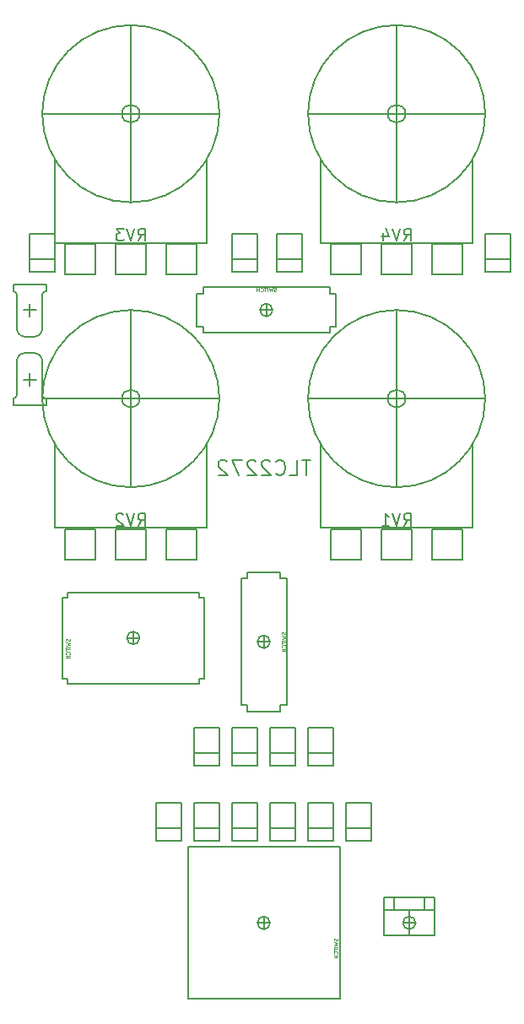
<source format=gbr>
G04 #@! TF.GenerationSoftware,KiCad,Pcbnew,(5.1.6-0-10_14)*
G04 #@! TF.CreationDate,2020-09-02T19:52:59+02:00*
G04 #@! TF.ProjectId,inglorious-bastard,696e676c-6f72-4696-9f75-732d62617374,rev?*
G04 #@! TF.SameCoordinates,Original*
G04 #@! TF.FileFunction,Legend,Bot*
G04 #@! TF.FilePolarity,Positive*
%FSLAX46Y46*%
G04 Gerber Fmt 4.6, Leading zero omitted, Abs format (unit mm)*
G04 Created by KiCad (PCBNEW (5.1.6-0-10_14)) date 2020-09-02 19:52:59*
%MOMM*%
%LPD*%
G01*
G04 APERTURE LIST*
%ADD10C,0.127000*%
%ADD11C,0.152400*%
%ADD12C,0.150000*%
%ADD13C,0.032512*%
G04 APERTURE END LIST*
D10*
X100584000Y-145288000D02*
X100584000Y-144018000D01*
X97536000Y-145288000D02*
X97536000Y-144018000D01*
X100584000Y-145288000D02*
X100584000Y-144018000D01*
X96520000Y-144399000D02*
X96520000Y-145288000D01*
X96520000Y-144018000D02*
X96520000Y-144399000D01*
X97536000Y-144018000D02*
X96520000Y-144018000D01*
X100584000Y-144018000D02*
X97536000Y-144018000D01*
X101600000Y-144018000D02*
X100584000Y-144018000D01*
X101600000Y-145288000D02*
X101600000Y-144018000D01*
X99060000Y-147828000D02*
X96520000Y-147828000D01*
X99060000Y-145288000D02*
X99060000Y-147828000D01*
X101600000Y-147828000D02*
X101600000Y-145288000D01*
X99060000Y-147828000D02*
X101600000Y-147828000D01*
X96520000Y-145288000D02*
X96520000Y-147828000D01*
X97536000Y-145288000D02*
X96520000Y-145288000D01*
X99060000Y-145288000D02*
X97536000Y-145288000D01*
X100584000Y-145288000D02*
X99060000Y-145288000D01*
X101600000Y-145288000D02*
X100584000Y-145288000D01*
X99695000Y-146558000D02*
X98425000Y-146558000D01*
X99060000Y-147193000D02*
X99060000Y-145923000D01*
X99695000Y-146558000D02*
G75*
G03*
X99695000Y-146558000I-635000J0D01*
G01*
X85090000Y-118364000D02*
G75*
G03*
X85090000Y-118364000I-635000J0D01*
G01*
D11*
X82804000Y-111379000D02*
X82804000Y-112014000D01*
X86106000Y-111379000D02*
X82804000Y-111379000D01*
X86106000Y-112014000D02*
X86106000Y-111379000D01*
X86741000Y-112014000D02*
X86106000Y-112014000D01*
X86741000Y-124714000D02*
X86741000Y-112014000D01*
X86106000Y-124714000D02*
X86741000Y-124714000D01*
X86106000Y-125349000D02*
X86106000Y-124714000D01*
X82804000Y-125349000D02*
X86106000Y-125349000D01*
X82804000Y-124714000D02*
X82804000Y-125349000D01*
X82169000Y-124714000D02*
X82804000Y-124714000D01*
X82169000Y-112014000D02*
X82169000Y-124714000D01*
X82804000Y-112014000D02*
X82169000Y-112014000D01*
D10*
X83820000Y-118364000D02*
X85090000Y-118364000D01*
X84455000Y-117729000D02*
X84455000Y-118999000D01*
X85344000Y-85090000D02*
G75*
G03*
X85344000Y-85090000I-635000J0D01*
G01*
D11*
X77724000Y-86741000D02*
X78359000Y-86741000D01*
X77724000Y-83439000D02*
X77724000Y-86741000D01*
X78359000Y-83439000D02*
X77724000Y-83439000D01*
X78359000Y-82804000D02*
X78359000Y-83439000D01*
X91059000Y-82804000D02*
X78359000Y-82804000D01*
X91059000Y-83439000D02*
X91059000Y-82804000D01*
X91694000Y-83439000D02*
X91059000Y-83439000D01*
X91694000Y-86741000D02*
X91694000Y-83439000D01*
X91059000Y-86741000D02*
X91694000Y-86741000D01*
X91059000Y-87376000D02*
X91059000Y-86741000D01*
X78359000Y-87376000D02*
X91059000Y-87376000D01*
X78359000Y-86741000D02*
X78359000Y-87376000D01*
D10*
X84709000Y-85725000D02*
X84709000Y-84455000D01*
X84074000Y-85090000D02*
X85344000Y-85090000D01*
X71366000Y-117348000D02*
X71366000Y-118618000D01*
X72001000Y-117983000D02*
X70731000Y-117983000D01*
D11*
X64762000Y-113411000D02*
X77970000Y-113411000D01*
X64762000Y-113919000D02*
X64762000Y-113411000D01*
X64254000Y-113919000D02*
X64762000Y-113919000D01*
X64254000Y-122047000D02*
X64254000Y-113919000D01*
X64762000Y-122047000D02*
X64254000Y-122047000D01*
X64762000Y-122555000D02*
X64762000Y-122047000D01*
X77970000Y-122555000D02*
X64762000Y-122555000D01*
X77970000Y-122047000D02*
X77970000Y-122555000D01*
X78478000Y-122047000D02*
X77970000Y-122047000D01*
X78478000Y-113919000D02*
X78478000Y-122047000D01*
X77970000Y-113919000D02*
X78478000Y-113919000D01*
X77970000Y-113411000D02*
X77970000Y-113919000D01*
D10*
X72001000Y-117983000D02*
G75*
G03*
X72001000Y-117983000I-635000J0D01*
G01*
X85090000Y-146558000D02*
G75*
G03*
X85090000Y-146558000I-635000J0D01*
G01*
X83820000Y-146558000D02*
X85090000Y-146558000D01*
X84455000Y-145923000D02*
X84455000Y-147193000D01*
D11*
X92075000Y-154178000D02*
X92075000Y-138938000D01*
X76835000Y-154178000D02*
X92075000Y-154178000D01*
X76835000Y-138938000D02*
X76835000Y-154178000D01*
X92075000Y-138938000D02*
X76835000Y-138938000D01*
D10*
X104394000Y-81534000D02*
X104394000Y-78486000D01*
X101346000Y-81534000D02*
X104394000Y-81534000D01*
X101346000Y-78486000D02*
X101346000Y-81534000D01*
X99314000Y-81534000D02*
X99314000Y-78486000D01*
X96266000Y-81534000D02*
X99314000Y-81534000D01*
X96266000Y-78486000D02*
X96266000Y-81534000D01*
X94234000Y-81534000D02*
X94234000Y-78486000D01*
X91186000Y-81534000D02*
X94234000Y-81534000D01*
X91186000Y-78486000D02*
X91186000Y-81534000D01*
X101346000Y-78486000D02*
X104394000Y-78486000D01*
X96266000Y-78486000D02*
X99314000Y-78486000D01*
X91186000Y-78486000D02*
X94234000Y-78486000D01*
X90170000Y-78359000D02*
X105410000Y-78359000D01*
X88900000Y-65405000D02*
X106680000Y-65405000D01*
X97790000Y-74295000D02*
X97790000Y-56515000D01*
X105410000Y-78359000D02*
X105410000Y-69850000D01*
X90170000Y-69850000D02*
X90170000Y-78359000D01*
X98688000Y-65405000D02*
G75*
G03*
X98688000Y-65405000I-898000J0D01*
G01*
X88900000Y-65405000D02*
G75*
G03*
X97790000Y-74295000I8890000J0D01*
G01*
X97790000Y-74295000D02*
G75*
G03*
X106680000Y-65405000I0J8890000D01*
G01*
X106680000Y-65405002D02*
G75*
G03*
X97790000Y-56515000I-8889901J101D01*
G01*
X97790002Y-56515000D02*
G75*
G03*
X88900000Y-65405000I-101J-8889901D01*
G01*
X77724000Y-81534000D02*
X77724000Y-78486000D01*
X74676000Y-81534000D02*
X77724000Y-81534000D01*
X74676000Y-78486000D02*
X74676000Y-81534000D01*
X72644000Y-81534000D02*
X72644000Y-78486000D01*
X69596000Y-81534000D02*
X72644000Y-81534000D01*
X69596000Y-78486000D02*
X69596000Y-81534000D01*
X67564000Y-81534000D02*
X67564000Y-78486000D01*
X64516000Y-81534000D02*
X67564000Y-81534000D01*
X64516000Y-78486000D02*
X64516000Y-81534000D01*
X74676000Y-78486000D02*
X77724000Y-78486000D01*
X69596000Y-78486000D02*
X72644000Y-78486000D01*
X64516000Y-78486000D02*
X67564000Y-78486000D01*
X63500000Y-78359000D02*
X78740000Y-78359000D01*
X62230000Y-65405000D02*
X80010000Y-65405000D01*
X71120000Y-74295000D02*
X71120000Y-56515000D01*
X78740000Y-78359000D02*
X78740000Y-69850000D01*
X63500000Y-69850000D02*
X63500000Y-78359000D01*
X72018000Y-65405000D02*
G75*
G03*
X72018000Y-65405000I-898000J0D01*
G01*
X62230000Y-65405000D02*
G75*
G03*
X71120000Y-74295000I8890000J0D01*
G01*
X71120000Y-74295000D02*
G75*
G03*
X80010000Y-65405000I0J8890000D01*
G01*
X80010000Y-65405002D02*
G75*
G03*
X71120000Y-56515000I-8889901J101D01*
G01*
X71120002Y-56515000D02*
G75*
G03*
X62230000Y-65405000I-101J-8889901D01*
G01*
X77724000Y-110109000D02*
X77724000Y-107061000D01*
X74676000Y-110109000D02*
X77724000Y-110109000D01*
X74676000Y-107061000D02*
X74676000Y-110109000D01*
X72644000Y-110109000D02*
X72644000Y-107061000D01*
X69596000Y-110109000D02*
X72644000Y-110109000D01*
X69596000Y-107061000D02*
X69596000Y-110109000D01*
X67564000Y-110109000D02*
X67564000Y-107061000D01*
X64516000Y-110109000D02*
X67564000Y-110109000D01*
X64516000Y-107061000D02*
X64516000Y-110109000D01*
X74676000Y-107061000D02*
X77724000Y-107061000D01*
X69596000Y-107061000D02*
X72644000Y-107061000D01*
X64516000Y-107061000D02*
X67564000Y-107061000D01*
X63500000Y-106934000D02*
X78740000Y-106934000D01*
X62230000Y-93980000D02*
X80010000Y-93980000D01*
X71120000Y-102870000D02*
X71120000Y-85090000D01*
X78740000Y-106934000D02*
X78740000Y-98425000D01*
X63500000Y-98425000D02*
X63500000Y-106934000D01*
X72018000Y-93980000D02*
G75*
G03*
X72018000Y-93980000I-898000J0D01*
G01*
X62230000Y-93980000D02*
G75*
G03*
X71120000Y-102870000I8890000J0D01*
G01*
X71120000Y-102870000D02*
G75*
G03*
X80010000Y-93980000I0J8890000D01*
G01*
X80010000Y-93980002D02*
G75*
G03*
X71120000Y-85090000I-8889901J101D01*
G01*
X71120002Y-85090000D02*
G75*
G03*
X62230000Y-93980000I-101J-8889901D01*
G01*
X104394000Y-110109000D02*
X104394000Y-107061000D01*
X101346000Y-110109000D02*
X104394000Y-110109000D01*
X101346000Y-107061000D02*
X101346000Y-110109000D01*
X99314000Y-110109000D02*
X99314000Y-107061000D01*
X96266000Y-110109000D02*
X99314000Y-110109000D01*
X96266000Y-107061000D02*
X96266000Y-110109000D01*
X94234000Y-110109000D02*
X94234000Y-107061000D01*
X91186000Y-110109000D02*
X94234000Y-110109000D01*
X91186000Y-107061000D02*
X91186000Y-110109000D01*
X101346000Y-107061000D02*
X104394000Y-107061000D01*
X96266000Y-107061000D02*
X99314000Y-107061000D01*
X91186000Y-107061000D02*
X94234000Y-107061000D01*
X90170000Y-106934000D02*
X105410000Y-106934000D01*
X88900000Y-93980000D02*
X106680000Y-93980000D01*
X97790000Y-102870000D02*
X97790000Y-85090000D01*
X105410000Y-106934000D02*
X105410000Y-98425000D01*
X90170000Y-98425000D02*
X90170000Y-106934000D01*
X98688000Y-93980000D02*
G75*
G03*
X98688000Y-93980000I-898000J0D01*
G01*
X88900000Y-93980000D02*
G75*
G03*
X97790000Y-102870000I8890000J0D01*
G01*
X97790000Y-102870000D02*
G75*
G03*
X106680000Y-93980000I0J8890000D01*
G01*
X106680000Y-93980002D02*
G75*
G03*
X97790000Y-85090000I-8889901J101D01*
G01*
X97790002Y-85090000D02*
G75*
G03*
X88900000Y-93980000I-101J-8889901D01*
G01*
D11*
X81280000Y-130810000D02*
X81280000Y-129540000D01*
X83820000Y-130810000D02*
X81280000Y-130810000D01*
X83820000Y-129540000D02*
X83820000Y-130810000D01*
X83820000Y-129540000D02*
X83820000Y-127000000D01*
X81280000Y-129540000D02*
X83820000Y-129540000D01*
X81280000Y-127000000D02*
X81280000Y-129540000D01*
X83820000Y-127000000D02*
X81280000Y-127000000D01*
X85725000Y-81280000D02*
X85725000Y-80010000D01*
X88265000Y-81280000D02*
X85725000Y-81280000D01*
X88265000Y-80010000D02*
X88265000Y-81280000D01*
X88265000Y-80010000D02*
X88265000Y-77470000D01*
X85725000Y-80010000D02*
X88265000Y-80010000D01*
X85725000Y-77470000D02*
X85725000Y-80010000D01*
X88265000Y-77470000D02*
X85725000Y-77470000D01*
X85090000Y-130810000D02*
X85090000Y-129540000D01*
X87630000Y-130810000D02*
X85090000Y-130810000D01*
X87630000Y-129540000D02*
X87630000Y-130810000D01*
X87630000Y-129540000D02*
X87630000Y-127000000D01*
X85090000Y-129540000D02*
X87630000Y-129540000D01*
X85090000Y-127000000D02*
X85090000Y-129540000D01*
X87630000Y-127000000D02*
X85090000Y-127000000D01*
X92710000Y-138303000D02*
X92710000Y-137033000D01*
X95250000Y-138303000D02*
X92710000Y-138303000D01*
X95250000Y-137033000D02*
X95250000Y-138303000D01*
X95250000Y-137033000D02*
X95250000Y-134493000D01*
X92710000Y-137033000D02*
X95250000Y-137033000D01*
X92710000Y-134493000D02*
X92710000Y-137033000D01*
X95250000Y-134493000D02*
X92710000Y-134493000D01*
X60960000Y-81280000D02*
X60960000Y-80010000D01*
X63500000Y-81280000D02*
X60960000Y-81280000D01*
X63500000Y-80010000D02*
X63500000Y-81280000D01*
X63500000Y-80010000D02*
X63500000Y-77470000D01*
X60960000Y-80010000D02*
X63500000Y-80010000D01*
X60960000Y-77470000D02*
X60960000Y-80010000D01*
X63500000Y-77470000D02*
X60960000Y-77470000D01*
X88900000Y-138303000D02*
X88900000Y-137033000D01*
X91440000Y-138303000D02*
X88900000Y-138303000D01*
X91440000Y-137033000D02*
X91440000Y-138303000D01*
X91440000Y-137033000D02*
X91440000Y-134493000D01*
X88900000Y-137033000D02*
X91440000Y-137033000D01*
X88900000Y-134493000D02*
X88900000Y-137033000D01*
X91440000Y-134493000D02*
X88900000Y-134493000D01*
X81280000Y-138303000D02*
X81280000Y-137033000D01*
X83820000Y-138303000D02*
X81280000Y-138303000D01*
X83820000Y-137033000D02*
X83820000Y-138303000D01*
X83820000Y-137033000D02*
X83820000Y-134493000D01*
X81280000Y-137033000D02*
X83820000Y-137033000D01*
X81280000Y-134493000D02*
X81280000Y-137033000D01*
X83820000Y-134493000D02*
X81280000Y-134493000D01*
X85090000Y-138303000D02*
X85090000Y-137033000D01*
X87630000Y-138303000D02*
X85090000Y-138303000D01*
X87630000Y-137033000D02*
X87630000Y-138303000D01*
X87630000Y-137033000D02*
X87630000Y-134493000D01*
X85090000Y-137033000D02*
X87630000Y-137033000D01*
X85090000Y-134493000D02*
X85090000Y-137033000D01*
X87630000Y-134493000D02*
X85090000Y-134493000D01*
X73660000Y-138303000D02*
X73660000Y-137033000D01*
X76200000Y-138303000D02*
X73660000Y-138303000D01*
X76200000Y-137033000D02*
X76200000Y-138303000D01*
X76200000Y-137033000D02*
X76200000Y-134493000D01*
X73660000Y-137033000D02*
X76200000Y-137033000D01*
X73660000Y-134493000D02*
X73660000Y-137033000D01*
X76200000Y-134493000D02*
X73660000Y-134493000D01*
X77470000Y-138303000D02*
X77470000Y-137033000D01*
X80010000Y-138303000D02*
X77470000Y-138303000D01*
X80010000Y-137033000D02*
X80010000Y-138303000D01*
X80010000Y-137033000D02*
X80010000Y-134493000D01*
X77470000Y-137033000D02*
X80010000Y-137033000D01*
X77470000Y-134493000D02*
X77470000Y-137033000D01*
X80010000Y-134493000D02*
X77470000Y-134493000D01*
X77470000Y-130810000D02*
X77470000Y-129540000D01*
X80010000Y-130810000D02*
X77470000Y-130810000D01*
X80010000Y-129540000D02*
X80010000Y-130810000D01*
X80010000Y-129540000D02*
X80010000Y-127000000D01*
X77470000Y-129540000D02*
X80010000Y-129540000D01*
X77470000Y-127000000D02*
X77470000Y-129540000D01*
X80010000Y-127000000D02*
X77470000Y-127000000D01*
X81280000Y-81280000D02*
X81280000Y-80010000D01*
X83820000Y-81280000D02*
X81280000Y-81280000D01*
X83820000Y-80010000D02*
X83820000Y-81280000D01*
X83820000Y-80010000D02*
X83820000Y-77470000D01*
X81280000Y-80010000D02*
X83820000Y-80010000D01*
X81280000Y-77470000D02*
X81280000Y-80010000D01*
X83820000Y-77470000D02*
X81280000Y-77470000D01*
X88900000Y-130810000D02*
X88900000Y-129540000D01*
X91440000Y-130810000D02*
X88900000Y-130810000D01*
X91440000Y-129540000D02*
X91440000Y-130810000D01*
X91440000Y-129540000D02*
X91440000Y-127000000D01*
X88900000Y-129540000D02*
X91440000Y-129540000D01*
X88900000Y-127000000D02*
X88900000Y-129540000D01*
X91440000Y-127000000D02*
X88900000Y-127000000D01*
X106680000Y-81280000D02*
X106680000Y-80010000D01*
X109220000Y-81280000D02*
X106680000Y-81280000D01*
X109220000Y-80010000D02*
X109220000Y-81280000D01*
X109220000Y-80010000D02*
X109220000Y-77470000D01*
X106680000Y-80010000D02*
X109220000Y-80010000D01*
X106680000Y-77470000D02*
X106680000Y-80010000D01*
X109220000Y-77470000D02*
X106680000Y-77470000D01*
D10*
X60452000Y-87757000D02*
X61468000Y-87757000D01*
X62230000Y-86868000D02*
X62230000Y-83566000D01*
X59690000Y-86868000D02*
X59690000Y-83566000D01*
X62611000Y-83185000D02*
X62611000Y-82550000D01*
X62611000Y-82550000D02*
X59309000Y-82550000D01*
X59309000Y-82550000D02*
X59309000Y-83185000D01*
X60325000Y-85090000D02*
X61595000Y-85090000D01*
X60960000Y-85725000D02*
X60960000Y-84455000D01*
X59309000Y-83185000D02*
G75*
G02*
X59690000Y-83566000I0J-381000D01*
G01*
X62611000Y-83185000D02*
G75*
G03*
X62230000Y-83566000I0J-381000D01*
G01*
X62229999Y-86867999D02*
G75*
G02*
X61468000Y-87757000I-825500J-63501D01*
G01*
X60452001Y-87757001D02*
G75*
G02*
X59690000Y-86868000I63500J825501D01*
G01*
X61468000Y-89408000D02*
X60452000Y-89408000D01*
X59690000Y-90297000D02*
X59690000Y-93599000D01*
X62230000Y-90297000D02*
X62230000Y-93599000D01*
X59309000Y-93980000D02*
X59309000Y-94615000D01*
X59309000Y-94615000D02*
X62611000Y-94615000D01*
X62611000Y-94615000D02*
X62611000Y-93980000D01*
X61595000Y-92075000D02*
X60325000Y-92075000D01*
X60960000Y-91440000D02*
X60960000Y-92710000D01*
X62611000Y-93980000D02*
G75*
G02*
X62230000Y-93599000I0J381000D01*
G01*
X59309000Y-93980000D02*
G75*
G03*
X59690000Y-93599000I0J381000D01*
G01*
X59690001Y-90297001D02*
G75*
G02*
X60452000Y-89408000I825500J63501D01*
G01*
X61467999Y-89407999D02*
G75*
G02*
X62230000Y-90297000I-63500J-825501D01*
G01*
D12*
X89172142Y-100130428D02*
X88301285Y-100130428D01*
X88736714Y-101654428D02*
X88736714Y-100130428D01*
X87067571Y-101654428D02*
X87793285Y-101654428D01*
X87793285Y-100130428D01*
X85688714Y-101509285D02*
X85761285Y-101581857D01*
X85979000Y-101654428D01*
X86124142Y-101654428D01*
X86341857Y-101581857D01*
X86487000Y-101436714D01*
X86559571Y-101291571D01*
X86632142Y-101001285D01*
X86632142Y-100783571D01*
X86559571Y-100493285D01*
X86487000Y-100348142D01*
X86341857Y-100203000D01*
X86124142Y-100130428D01*
X85979000Y-100130428D01*
X85761285Y-100203000D01*
X85688714Y-100275571D01*
X85108142Y-100275571D02*
X85035571Y-100203000D01*
X84890428Y-100130428D01*
X84527571Y-100130428D01*
X84382428Y-100203000D01*
X84309857Y-100275571D01*
X84237285Y-100420714D01*
X84237285Y-100565857D01*
X84309857Y-100783571D01*
X85180714Y-101654428D01*
X84237285Y-101654428D01*
X83656714Y-100275571D02*
X83584142Y-100203000D01*
X83439000Y-100130428D01*
X83076142Y-100130428D01*
X82931000Y-100203000D01*
X82858428Y-100275571D01*
X82785857Y-100420714D01*
X82785857Y-100565857D01*
X82858428Y-100783571D01*
X83729285Y-101654428D01*
X82785857Y-101654428D01*
X82277857Y-100130428D02*
X81261857Y-100130428D01*
X81915000Y-101654428D01*
X80753857Y-100275571D02*
X80681285Y-100203000D01*
X80536142Y-100130428D01*
X80173285Y-100130428D01*
X80028142Y-100203000D01*
X79955571Y-100275571D01*
X79883000Y-100420714D01*
X79883000Y-100565857D01*
X79955571Y-100783571D01*
X80826428Y-101654428D01*
X79883000Y-101654428D01*
D13*
X86643270Y-117398800D02*
X86661655Y-117453954D01*
X86661655Y-117545878D01*
X86643270Y-117582647D01*
X86624885Y-117601032D01*
X86588116Y-117619417D01*
X86551346Y-117619417D01*
X86514577Y-117601032D01*
X86496192Y-117582647D01*
X86477807Y-117545878D01*
X86459422Y-117472339D01*
X86441038Y-117435569D01*
X86422653Y-117417184D01*
X86385883Y-117398800D01*
X86349114Y-117398800D01*
X86312344Y-117417184D01*
X86293960Y-117435569D01*
X86275575Y-117472339D01*
X86275575Y-117564262D01*
X86293960Y-117619417D01*
X86275575Y-117748110D02*
X86661655Y-117840034D01*
X86385883Y-117913573D01*
X86661655Y-117987112D01*
X86275575Y-118079036D01*
X86661655Y-118226114D02*
X86275575Y-118226114D01*
X86275575Y-118354807D02*
X86275575Y-118575424D01*
X86661655Y-118465116D02*
X86275575Y-118465116D01*
X86624885Y-118924735D02*
X86643270Y-118906350D01*
X86661655Y-118851196D01*
X86661655Y-118814426D01*
X86643270Y-118759272D01*
X86606500Y-118722502D01*
X86569731Y-118704118D01*
X86496192Y-118685733D01*
X86441038Y-118685733D01*
X86367499Y-118704118D01*
X86330729Y-118722502D01*
X86293960Y-118759272D01*
X86275575Y-118814426D01*
X86275575Y-118851196D01*
X86293960Y-118906350D01*
X86312344Y-118924735D01*
X86661655Y-119090198D02*
X86275575Y-119090198D01*
X86459422Y-119090198D02*
X86459422Y-119310815D01*
X86661655Y-119310815D02*
X86275575Y-119310815D01*
X85674200Y-83214270D02*
X85619045Y-83232655D01*
X85527121Y-83232655D01*
X85490352Y-83214270D01*
X85471967Y-83195885D01*
X85453582Y-83159116D01*
X85453582Y-83122346D01*
X85471967Y-83085577D01*
X85490352Y-83067192D01*
X85527121Y-83048807D01*
X85600660Y-83030422D01*
X85637430Y-83012038D01*
X85655815Y-82993653D01*
X85674200Y-82956883D01*
X85674200Y-82920114D01*
X85655815Y-82883344D01*
X85637430Y-82864960D01*
X85600660Y-82846575D01*
X85508737Y-82846575D01*
X85453582Y-82864960D01*
X85324889Y-82846575D02*
X85232965Y-83232655D01*
X85159426Y-82956883D01*
X85085887Y-83232655D01*
X84993963Y-82846575D01*
X84846885Y-83232655D02*
X84846885Y-82846575D01*
X84718192Y-82846575D02*
X84497575Y-82846575D01*
X84607883Y-83232655D02*
X84607883Y-82846575D01*
X84148264Y-83195885D02*
X84166649Y-83214270D01*
X84221803Y-83232655D01*
X84258573Y-83232655D01*
X84313727Y-83214270D01*
X84350497Y-83177500D01*
X84368881Y-83140731D01*
X84387266Y-83067192D01*
X84387266Y-83012038D01*
X84368881Y-82938499D01*
X84350497Y-82901729D01*
X84313727Y-82864960D01*
X84258573Y-82846575D01*
X84221803Y-82846575D01*
X84166649Y-82864960D01*
X84148264Y-82883344D01*
X83982801Y-83232655D02*
X83982801Y-82846575D01*
X83982801Y-83030422D02*
X83762184Y-83030422D01*
X83762184Y-83232655D02*
X83762184Y-82846575D01*
X64984310Y-118077671D02*
X65002695Y-118132826D01*
X65002695Y-118224749D01*
X64984310Y-118261519D01*
X64965925Y-118279904D01*
X64929156Y-118298288D01*
X64892386Y-118298288D01*
X64855617Y-118279904D01*
X64837232Y-118261519D01*
X64818847Y-118224749D01*
X64800462Y-118151210D01*
X64782078Y-118114441D01*
X64763693Y-118096056D01*
X64726923Y-118077671D01*
X64690154Y-118077671D01*
X64653384Y-118096056D01*
X64635000Y-118114441D01*
X64616615Y-118151210D01*
X64616615Y-118243134D01*
X64635000Y-118298288D01*
X64616615Y-118426982D02*
X65002695Y-118518906D01*
X64726923Y-118592445D01*
X65002695Y-118665984D01*
X64616615Y-118757908D01*
X65002695Y-118904986D02*
X64616615Y-118904986D01*
X64616615Y-119033679D02*
X64616615Y-119254296D01*
X65002695Y-119143988D02*
X64616615Y-119143988D01*
X64965925Y-119603607D02*
X64984310Y-119585222D01*
X65002695Y-119530068D01*
X65002695Y-119493298D01*
X64984310Y-119438144D01*
X64947540Y-119401374D01*
X64910771Y-119382989D01*
X64837232Y-119364605D01*
X64782078Y-119364605D01*
X64708539Y-119382989D01*
X64671769Y-119401374D01*
X64635000Y-119438144D01*
X64616615Y-119493298D01*
X64616615Y-119530068D01*
X64635000Y-119585222D01*
X64653384Y-119603607D01*
X65002695Y-119769069D02*
X64616615Y-119769069D01*
X64800462Y-119769069D02*
X64800462Y-119989687D01*
X65002695Y-119989687D02*
X64616615Y-119989687D01*
X91850270Y-148132800D02*
X91868655Y-148187954D01*
X91868655Y-148279878D01*
X91850270Y-148316647D01*
X91831885Y-148335032D01*
X91795116Y-148353417D01*
X91758346Y-148353417D01*
X91721577Y-148335032D01*
X91703192Y-148316647D01*
X91684807Y-148279878D01*
X91666422Y-148206339D01*
X91648038Y-148169569D01*
X91629653Y-148151184D01*
X91592883Y-148132800D01*
X91556114Y-148132800D01*
X91519344Y-148151184D01*
X91500960Y-148169569D01*
X91482575Y-148206339D01*
X91482575Y-148298262D01*
X91500960Y-148353417D01*
X91482575Y-148482110D02*
X91868655Y-148574034D01*
X91592883Y-148647573D01*
X91868655Y-148721112D01*
X91482575Y-148813036D01*
X91868655Y-148960114D02*
X91482575Y-148960114D01*
X91482575Y-149088807D02*
X91482575Y-149309424D01*
X91868655Y-149199116D02*
X91482575Y-149199116D01*
X91831885Y-149658735D02*
X91850270Y-149640350D01*
X91868655Y-149585196D01*
X91868655Y-149548426D01*
X91850270Y-149493272D01*
X91813500Y-149456502D01*
X91776731Y-149438118D01*
X91703192Y-149419733D01*
X91648038Y-149419733D01*
X91574499Y-149438118D01*
X91537729Y-149456502D01*
X91500960Y-149493272D01*
X91482575Y-149548426D01*
X91482575Y-149585196D01*
X91500960Y-149640350D01*
X91519344Y-149658735D01*
X91868655Y-149824198D02*
X91482575Y-149824198D01*
X91666422Y-149824198D02*
X91666422Y-150044815D01*
X91868655Y-150044815D02*
X91482575Y-150044815D01*
D11*
X98508154Y-78142797D02*
X98910321Y-77568273D01*
X99197583Y-78142797D02*
X99197583Y-76936297D01*
X98737964Y-76936297D01*
X98623059Y-76993750D01*
X98565607Y-77051202D01*
X98508154Y-77166107D01*
X98508154Y-77338464D01*
X98565607Y-77453369D01*
X98623059Y-77510821D01*
X98737964Y-77568273D01*
X99197583Y-77568273D01*
X98163440Y-76936297D02*
X97761273Y-78142797D01*
X97359107Y-76936297D01*
X96439869Y-77338464D02*
X96439869Y-78142797D01*
X96727130Y-76878845D02*
X97014392Y-77740630D01*
X96267511Y-77740630D01*
X71838154Y-78142797D02*
X72240321Y-77568273D01*
X72527583Y-78142797D02*
X72527583Y-76936297D01*
X72067964Y-76936297D01*
X71953059Y-76993750D01*
X71895607Y-77051202D01*
X71838154Y-77166107D01*
X71838154Y-77338464D01*
X71895607Y-77453369D01*
X71953059Y-77510821D01*
X72067964Y-77568273D01*
X72527583Y-77568273D01*
X71493440Y-76936297D02*
X71091273Y-78142797D01*
X70689107Y-76936297D01*
X70401845Y-76936297D02*
X69654964Y-76936297D01*
X70057130Y-77395916D01*
X69884773Y-77395916D01*
X69769869Y-77453369D01*
X69712416Y-77510821D01*
X69654964Y-77625726D01*
X69654964Y-77912988D01*
X69712416Y-78027892D01*
X69769869Y-78085345D01*
X69884773Y-78142797D01*
X70229488Y-78142797D01*
X70344392Y-78085345D01*
X70401845Y-78027892D01*
X71838154Y-106717797D02*
X72240321Y-106143273D01*
X72527583Y-106717797D02*
X72527583Y-105511297D01*
X72067964Y-105511297D01*
X71953059Y-105568750D01*
X71895607Y-105626202D01*
X71838154Y-105741107D01*
X71838154Y-105913464D01*
X71895607Y-106028369D01*
X71953059Y-106085821D01*
X72067964Y-106143273D01*
X72527583Y-106143273D01*
X71493440Y-105511297D02*
X71091273Y-106717797D01*
X70689107Y-105511297D01*
X70344392Y-105626202D02*
X70286940Y-105568750D01*
X70172035Y-105511297D01*
X69884773Y-105511297D01*
X69769869Y-105568750D01*
X69712416Y-105626202D01*
X69654964Y-105741107D01*
X69654964Y-105856011D01*
X69712416Y-106028369D01*
X70401845Y-106717797D01*
X69654964Y-106717797D01*
X98508154Y-106717797D02*
X98910321Y-106143273D01*
X99197583Y-106717797D02*
X99197583Y-105511297D01*
X98737964Y-105511297D01*
X98623059Y-105568750D01*
X98565607Y-105626202D01*
X98508154Y-105741107D01*
X98508154Y-105913464D01*
X98565607Y-106028369D01*
X98623059Y-106085821D01*
X98737964Y-106143273D01*
X99197583Y-106143273D01*
X98163440Y-105511297D02*
X97761273Y-106717797D01*
X97359107Y-105511297D01*
X96324964Y-106717797D02*
X97014392Y-106717797D01*
X96669678Y-106717797D02*
X96669678Y-105511297D01*
X96784583Y-105683654D01*
X96899488Y-105798559D01*
X97014392Y-105856011D01*
M02*

</source>
